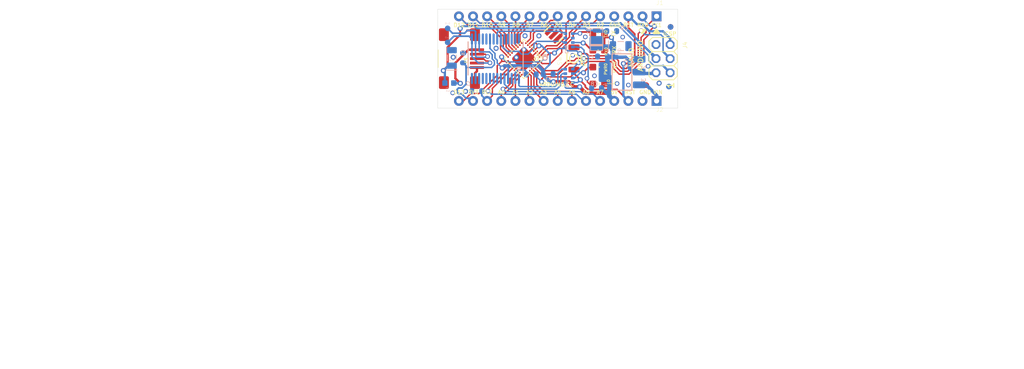
<source format=kicad_pcb>
(kicad_pcb (version 20211014) (generator pcbnew)
  (layers (0 "F.Cu" signal) (31 "B.Cu" signal) (34 "B.Paste" user) (35 "F.Paste" user) (36 "B.SilkS" user "B.Silkscreen") (37 "F.SilkS" user "F.Silkscreen") (38 "B.Mask" user) (39 "F.Mask" user) (44 "Edge.Cuts" user))
  (net 0 "")
  (net 1 "D5")
  (net 2 "D4")
  (net 3 "D3")
  (net 4 "D2")
  (net 5 "RESET")
  (net 6 "D1/TX")
  (net 7 "D6")
  (net 8 "D7")
  (net 9 "D8")
  (net 10 "D9")
  (net 11 "D10")
  (net 12 "D11/MOSI")
  (net 13 "D12/MISO")
  (net 14 "A3")
  (net 15 "A2")
  (net 16 "A1")
  (net 17 "A0")
  (net 18 "A4")
  (net 19 "A5")
  (net 20 "A6")
  (net 21 "A7")
  (net 22 "AREF")
  (net 23 "D13/SCK")
  (net 24 "COM")
  (net 25 "+5V")
  (net 26 "VIN")
  (net 27 "3V3")
  (net 28 "D0/RX")
  (net 29 "VUSB")
  (net 30 "N$4")
  (net 31 "RX")
  (net 32 "TX")
  (net 33 "N$5")
  (net 34 "N$6")
  (net 35 "N$3")
  (net 36 "N$8")
  (net 37 "N$9")
  (net 38 "N$2")
  (net 39 "N$1")
  (net 40 "N$7")
  (net 41 "N$11")
  (net 42 "N$26")
  (net 43 "N$29")
  (footprint "boardEagle:CHIPLED_0805" (layer "F.Cu") (at 155.8671 100.4316 90)
    (fp_text reference "TX0")
    (fp_text value "Green")
  )
  (footprint "" (layer "F.Cu") (at 168.8211 112.6236)
    (fp_text reference "@HOLE2" hide)
    (fp_text value "")
  )
  (footprint "boardEagle:2X03" (layer "F.Cu") (at 167.4495 105.0036 90)
    (fp_text reference "J4")
    (fp_text value "")
  )
  (footprint "boardEagle:TP-1.00MM" (layer "F.Cu") (at 128.6891 99.5426)
    (fp_text reference "D-0")
    (fp_text value "DNP" hide)
  )
  (footprint "boardEagle:CHIPLED_0805" (layer "F.Cu") (at 155.8671 103.4796 90)
    (fp_text reference "RX0")
    (fp_text value "Red")
  )
  (footprint "boardEagle:FD-1-1.5" (layer "F.Cu") (at 168.7957 99.2886)
    (fp_text reference "U$5" hide)
    (fp_text value "DNP" hide)
  )
  (footprint "boardEagle:USB-MINI-B_2" (layer "F.Cu") (at 133.9723 106.6038 90)
    (fp_text reference "J3")
    (fp_text value "")
  )
  (footprint "" (layer "F.Cu") (at 128.1811 97.3836)
    (fp_text reference "@HOLE0" hide)
    (fp_text value "")
  )
  (footprint "boardEagle:TP-1.00MM" (layer "F.Cu") (at 128.6891 102.0826)
    (fp_text reference "D+0")
    (fp_text value "DNP" hide)
  )
  (footprint "boardEagle:FD-1-1.5" (layer "F.Cu") (at 164.4269 109.7788 -90)
    (fp_text reference "U$4" hide)
    (fp_text value "DNP" hide)
  )
  (footprint "boardEagle:RESONATOR" (layer "F.Cu") (at 147.7645 100.6872 -45)
    (fp_text reference "Y1")
    (fp_text value "16MHz")
  )
  (footprint "boardEagle:HEAD15-NOSS" (layer "F.Cu") (at 166.2811 112.6236 180)
    (fp_text reference "J2")
    (fp_text value "XXXX_STRIPNANO")
  )
  (footprint "boardEagle:HEAD15-NOSS" (layer "F.Cu") (at 166.2811 97.3836 180)
    (fp_text reference "J1")
    (fp_text value "XXXX_STRIPNANO")
  )
  (footprint "" (layer "F.Cu") (at 128.1811 112.6236)
    (fp_text reference "@HOLE1" hide)
    (fp_text value "")
  )
  (footprint "boardEagle:CHIPLED_0805" (layer "F.Cu") (at 155.8671 106.5276 -90)
    (fp_text reference "PWR0")
    (fp_text value "Green")
  )
  (footprint "" (layer "F.Cu") (at 168.8211 97.3836)
    (fp_text reference "@HOLE3" hide)
    (fp_text value "")
  )
  (footprint "boardEagle:FRAME" (layer "F.Cu") (at 126.9111 113.8936)
    (fp_text reference "FRAME1" hide)
    (fp_text value "DNP" hide)
  )
  (footprint "boardEagle:CHIPLED_0805" (layer "F.Cu") (at 155.8671 109.5756 -90)
    (fp_text reference "L0")
    (fp_text value "Yellow")
  )
  (footprint "boardEagle:SMD_157SW" (layer "F.Cu") (at 151.4221 102.9716 -90)
    (fp_text reference "SW1")
    (fp_text value "RESET")
  )
  (footprint "boardEagle:VQFN32" (layer "F.Cu") (at 142.4051 105.0544 -135)
    (fp_text reference "IC3")
    (fp_text value "328P-MUR" hide)
  )
  (footprint "boardEagle:C0603-ROUND" (layer "B.Cu") (at 156.5529 104.6226 180)
    (fp_text reference "C7")
    (fp_text value "1uF")
  )
  (footprint "boardEagle:TAN-A" (layer "B.Cu") (at 129.4511 106.2736 90)
    (fp_text reference "C2")
    (fp_text value "4,7uF_16V")
  )
  (footprint "boardEagle:SSOP28" (layer "B.Cu") (at 141.5161 108.585 180)
    (fp_text reference "IC1")
    (fp_text value "FT232RL")
  )
  (footprint "boardEagle:TAN-A" (layer "B.Cu") (at 158.4325 102.743)
    (fp_text reference "C5")
    (fp_text value "4,7uF_16V")
  )
  (footprint "boardEagle:C0603-ROUND" (layer "B.Cu") (at 133.9461 110.871 180)
    (fp_text reference "C1")
    (fp_text value "100nF")
  )
  (footprint "boardEagle:FD-1-1.5" (layer "B.Cu") (at 168.7957 99.2886 90)
    (fp_text reference "U$54" hide)
    (fp_text value "DNP" hide)
  )
  (footprint "boardEagle:C0603-ROUND" (layer "B.Cu") (at 146.7739 107.7722)
    (fp_text reference "C3")
    (fp_text value "1uF")
  )
  (footprint "boardEagle:C0603-ROUND" (layer "B.Cu") (at 131.4831 104.8766 -90)
    (fp_text reference "C6")
    (fp_text value "100nF")
  )
  (footprint "boardEagle:C0603-ROUND" (layer "B.Cu") (at 155.4861 110.3376 180)
    (fp_text reference "C8")
    (fp_text value "1uF")
  )
  (footprint "boardEagle:C0603-ROUND" (layer "B.Cu") (at 158.2039 100.0506)
    (fp_text reference "C9")
    (fp_text value "100nF")
  )
  (footprint "boardEagle:DO220AAL" (layer "B.Cu") (at 155.4861 101.5746 90)
    (fp_text reference "D1")
    (fp_text value "SS1P3L")
  )
  (footprint "boardEagle:CAY16" (layer "B.Cu") (at 150.5331 101.7016 90)
    (fp_text reference "RP2")
    (fp_text value "1K")
  )
  (footprint "boardEagle:0603-1608X90N" (layer "B.Cu") (at 128.9939 109.3978)
    (fp_text reference "F1")
    (fp_text value "MFFSMF050" hide)
  )
  (footprint "boardEagle:CAY16" (layer "B.Cu") (at 150.5331 108.1024 -90)
    (fp_text reference "RP1")
    (fp_text value "1K")
  )
  (footprint "boardEagle:LINEAR_SOT223" (layer "B.Cu") (at 160.0581 107.4166 -90)
    (fp_text reference "IC2")
    (fp_text value "LM1117IMPX-5.0")
  )
  (footprint "boardEagle:FD-1-1.5" (layer "B.Cu") (at 168.4909 110.0328 90)
    (fp_text reference "U$53" hide)
    (fp_text value "DNP" hide)
  )
  (footprint "boardEagle:C0603-ROUND" (layer "B.Cu") (at 143.7259 107.8484 180)
    (fp_text reference "C4")
    (fp_text value "100nF")
  )
  (gr_circle (center 146.2151 104.7242) (end 146.3587 104.7242) (layer "B.SilkS") (width 0.4064) (fill none))
  (gr_line (start 166.7129 100.4062) (end 165.7985 100.4062) (layer "F.SilkS") (width 0.4064))
  (gr_line (start 163.4871 100.0506) (end 163.9189 100.0506) (layer "F.SilkS") (width 0.4064))
  (gr_line (start 165.7985 100.4062) (end 166.2557 99.8474) (layer "F.SilkS") (width 0.4064))
  (gr_line (start 166.2557 99.8474) (end 166.7129 100.4062) (layer "F.SilkS") (width 0.4064))
  (gr_line (start 166.0525 100.1776) (end 166.4081 100.1776) (layer "F.SilkS") (width 0.4064))
  (gr_line (start 164.1983 99.8474) (end 163.7411 100.4062) (layer "F.SilkS") (width 0.4064))
  (gr_line (start 163.2839 99.8474) (end 163.7411 100.4062) (layer "F.SilkS") (width 0.4064))
  (gr_line (start 164.1983 99.8474) (end 163.2839 99.8474) (layer "F.SilkS") (width 0.4064))
  (gr_line (start 126.9111 113.8936) (end 170.0911 113.8936) (layer "Edge.Cuts") (width 0.05))
  (gr_line (start 170.0911 113.8936) (end 170.0911 96.1136) (layer "Edge.Cuts") (width 0.05))
  (gr_line (start 170.0911 96.1136) (end 126.9111 96.1136) (layer "Edge.Cuts") (width 0.05))
  (gr_line (start 126.9111 96.1136) (end 126.9111 113.8936) (layer "Edge.Cuts") (width 0.05))
  (gr_text "5V" (at 157.9499 111.4552) (layer "F.SilkS") (effects (font (size 0.69088 0.69088) (thickness 0.12192)) (justify left bottom)))
  (gr_text "PWR" (at 158.2801 105.3592 90) (layer "F.SilkS") (effects (font (size 0.69088 0.69088) (thickness 0.12192)) (justify right top)))
  (gr_text "D11" (at 132.2197 99.3648) (layer "F.SilkS") (effects (font (size 0.69088 0.69088) (thickness 0.12192)) (justify left bottom)))
  (gr_text "A1" (at 140.2207 111.4552) (layer "F.SilkS") (effects (font (size 0.69088 0.69088) (thickness 0.12192)) (justify left bottom)))
  (gr_text "RST" (at 160.2105 99.3648) (layer "F.SilkS") (effects (font (size 0.69088 0.69088) (thickness 0.12192)) (justify left bottom)))
  (gr_text "VIN" (at 165.6207 111.4552) (layer "F.SilkS") (effects (font (size 0.69088 0.69088) (thickness 0.12192)) (justify left bottom)))
  (gr_text "*" (at 137.4013 98.6028) (layer "F.SilkS") (effects (font (size 0.44704 0.44704) (thickness 0.06096)) (justify left bottom)))
  (gr_text "D10" (at 134.7343 99.3648) (layer "F.SilkS") (effects (font (size 0.69088 0.69088) (thickness 0.12192)) (justify left bottom)))
  (gr_text "A5" (at 150.3553 111.4552) (layer "F.SilkS") (effects (font (size 0.69088 0.69088) (thickness 0.12192)) (justify left bottom)))
  (gr_text "D6" (at 145.3007 99.3648) (layer "F.SilkS") (effects (font (size 0.69088 0.69088) (thickness 0.12192)) (justify left bottom)))
  (gr_text "TX" (at 158.1531 99.8474 90) (layer "F.SilkS") (effects (font (size 0.69088 0.69088) (thickness 0.12192)) (justify right top)))
  (gr_text "ARDUINO.CC" (at 145.1483 110.0582) (layer "F.SilkS") (effects (font (size 0.69088 0.69088) (thickness 0.12192)) (justify left bottom)))
  (gr_text "D3" (at 152.9461 99.3648) (layer "F.SilkS") (effects (font (size 0.69088 0.69088) (thickness 0.12192)) (justify left bottom)))
  (gr_text "RST" (at 152.9207 104.4702 90) (layer "F.SilkS") (effects (font (size 0.69088 0.69088) (thickness 0.12192)) (justify right top)))
  (gr_text "1" (at 168.1353 109.1184 90) (layer "F.SilkS") (effects (font (size 1.18745 1.18745) (thickness 0.20955)) (justify right top)))
  (gr_text "A6" (at 152.8953 111.4552) (layer "F.SilkS") (effects (font (size 0.69088 0.69088) (thickness 0.12192)) (justify left bottom)))
  (gr_text "D4" (at 150.3807 99.3648) (layer "F.SilkS") (effects (font (size 0.69088 0.69088) (thickness 0.12192)) (justify left bottom)))
  (gr_text "A2" (at 142.7353 111.4552) (layer "F.SilkS") (effects (font (size 0.69088 0.69088) (thickness 0.12192)) (justify left bottom)))
  (gr_text "ARDUINO" (at 162.9029 101.6254 90) (layer "F.SilkS") (effects (font (size 0.8636 0.8636) (thickness 0.1524)) (justify right top)))
  (gr_text "A3" (at 145.2753 111.4552) (layer "F.SilkS") (effects (font (size 0.69088 0.69088) (thickness 0.12192)) (justify left bottom)))
  (gr_text "A0" (at 137.6553 111.4552) (layer "F.SilkS") (effects (font (size 0.69088 0.69088) (thickness 0.12192)) (justify left bottom)))
  (gr_text "D13" (at 129.6797 111.4552) (layer "F.SilkS") (effects (font (size 0.69088 0.69088) (thickness 0.12192)) (justify left bottom)))
  (gr_text "RX" (at 158.2801 102.6414 90) (layer "F.SilkS") (effects (font (size 0.69088 0.69088) (thickness 0.12192)) (justify right top)))
  (gr_text "D2" (at 155.4353 99.3648) (layer "F.SilkS") (effects (font (size 0.69088 0.69088) (thickness 0.12192)) (justify left bottom)))
  (gr_text "REF" (at 134.7597 111.4552) (layer "F.SilkS") (effects (font (size 0.69088 0.69088) (thickness 0.12192)) (justify left bottom)))
  (gr_text "GND" (at 157.6705 99.3648) (layer "F.SilkS") (effects (font (size 0.69088 0.69088) (thickness 0.12192)) (justify left bottom)))
  (gr_text "3V3" (at 132.2451 111.4552) (layer "F.SilkS") (effects (font (size 0.69088 0.69088) (thickness 0.12192)) (justify left bottom)))
  (gr_text "D9" (at 137.6807 99.3648) (layer "F.SilkS") (effects (font (size 0.69088 0.69088) (thickness 0.12192)) (justify left bottom)))
  (gr_text "*" (at 152.6413 98.6028) (layer "F.SilkS") (effects (font (size 0.44704 0.44704) (thickness 0.06096)) (justify left bottom)))
  (gr_text "ICSP" (at 167.3733 100.9396) (layer "F.SilkS") (effects (font (size 0.69088 0.69088) (thickness 0.12192)) (justify left bottom)))
  (gr_text "A7" (at 155.4099 111.4552) (layer "F.SilkS") (effects (font (size 0.69088 0.69088) (thickness 0.12192)) (justify left bottom)))
  (gr_text "*" (at 145.0213 98.6028) (layer "F.SilkS") (effects (font (size 0.44704 0.44704) (thickness 0.06096)) (justify left bottom)))
  (gr_text "L" (at 158.0261 109.0676 90) (layer "F.SilkS") (effects (font (size 0.69088 0.69088) (thickness 0.12192)) (justify right top)))
  (gr_text "D12" (at 129.6797 99.3648) (layer "F.SilkS") (effects (font (size 0.69088 0.69088) (thickness 0.12192)) (justify left bottom)))
  (gr_text "*" (at 147.5867 98.6028) (layer "F.SilkS") (effects (font (size 0.44704 0.44704) (thickness 0.06096)) (justify left bottom)))
  (gr_text "*" (at 132.3213 98.6028) (layer "F.SilkS") (effects (font (size 0.44704 0.44704) (thickness 0.06096)) (justify left bottom)))
  (gr_text "RX0" (at 162.7251 99.3648) (layer "F.SilkS") (effects (font (size 0.69088 0.69088) (thickness 0.12192)) (justify left bottom)))
  (gr_text "NANO" (at 161.2773 102.9462 90) (layer "F.SilkS") (effects (font (size 0.8636 0.8636) (thickness 0.1524)) (justify right top)))
  (gr_text "RST" (at 160.4899 111.4552) (layer "F.SilkS") (effects (font (size 0.69088 0.69088) (thickness 0.12192)) (justify left bottom)))
  (gr_text "TX1" (at 165.2651 99.3648) (layer "F.SilkS") (effects (font (size 0.69088 0.69088) (thickness 0.12192)) (justify left bottom)))
  (gr_text "D5" (at 147.8915 99.3648) (layer "F.SilkS") (effects (font (size 0.69088 0.69088) (thickness 0.12192)) (justify left bottom)))
  (gr_text "A4" (at 147.7899 111.4552) (layer "F.SilkS") (effects (font (size 0.69088 0.69088) (thickness 0.12192)) (justify left bottom)))
  (gr_text "D8" (at 140.2461 99.3648) (layer "F.SilkS") (effects (font (size 0.69088 0.69088) (thickness 0.12192)) (justify left bottom)))
  (gr_text "GND" (at 163.1061 111.4552) (layer "F.SilkS") (effects (font (size 0.69088 0.69088) (thickness 0.12192)) (justify left bottom)))
  (gr_text "D7" (at 142.7353 99.3648) (layer "F.SilkS") (effects (font (size 0.69088 0.69088) (thickness 0.12192)) (justify left bottom)))
  (gr_text "*" (at 134.8359 98.6028) (layer "F.SilkS") (effects (font (size 0.44704 0.44704) (thickness 0.06096)) (justify left bottom)))
  (segment (start 141.910125 102.084554) (end 141.902053 102.084554) (width 0.254) (layer "F.Cu") (net 1))
  (segment (start 141.7111 101.8936) (end 141.7111 100.643) (width 0.254) (layer "F.Cu") (net 1))
  (segment (start 141.902053 102.084554) (end 141.7111 101.8936) (width 0.254) (layer "F.Cu") (net 1))
  (segment (start 143.2687 99.0854) (end 146.2405 99.0854) (width 0.254) (layer "F.Cu") (net 1))
  (segment (start 141.7111 100.643) (end 143.2687 99.0854) (width 0.254) (layer "F.Cu") (net 1))
  (segment (start 147.2057 98.1202) (end 147.7645 98.1202) (width 0.254) (layer "F.Cu") (net 1))
  (segment (start 146.2405 99.0854) (end 147.2057 98.1202) (width 0.254) (layer "F.Cu") (net 1))
  (segment (start 147.7645 98.1202) (end 148.5011 97.3836) (width 0.254) (layer "F.Cu") (net 1))
  (segment (start 145.021393 104.205872) (end 145.021393 104.183307) (width 0.254) (layer "F.Cu") (net 2))
  (segment (start 149.9997 101.0412) (end 148.3473 102.6936) (width 0.254) (layer "F.Cu") (net 2))
  (segment (start 146.5111 102.6936) (end 148.3473 102.6936) (width 0.254) (layer "F.Cu") (net 2))
  (segment (start 149.9997 98.679) (end 149.9997 101.0412) (width 0.254) (layer "F.Cu") (net 2))
  (segment (start 151.0411 97.3836) (end 151.0411 97.6376) (width 0.254) (layer "F.Cu") (net 2))
  (segment (start 145.021393 104.183307) (end 146.5111 102.6936) (width 0.254) (layer "F.Cu") (net 2))
  (segment (start 151.0411 97.6376) (end 149.9997 98.679) (width 0.254) (layer "F.Cu") (net 2))
  (segment (start 146.7111 103.1936) (end 148.5331 103.1936) (width 0.254) (layer "F.Cu") (net 3))
  (segment (start 150.6093 100.3554) (end 150.6093 101.092) (width 0.254) (layer "F.Cu") (net 3))
  (segment (start 150.6093 101.092) (end 150.622 101.1047) (width 0.254) (layer "F.Cu") (net 3))
  (segment (start 148.5331 103.1936) (end 150.622 101.1047) (width 0.254) (layer "F.Cu") (net 3))
  (segment (start 145.374946 104.559429) (end 145.374946 104.529754) (width 0.254) (layer "F.Cu") (net 3))
  (segment (start 145.374946 104.529754) (end 146.7111 103.1936) (width 0.254) (layer "F.Cu") (net 3))
  (segment (start 153.5811 97.3836) (end 150.6093 100.3554) (width 0.254) (layer "F.Cu") (net 3))
  (segment (start 149.2111 103.8936) (end 149.2111 103.2522) (width 0.254) (layer "F.Cu") (net 4))
  (segment (start 154.8511 98.6536) (end 156.1211 97.3836) (width 0.254) (layer "F.Cu") (net 4))
  (segment (start 145.374946 105.557447) (end 145.7111 105.8936) (width 0.254) (layer "F.Cu") (net 4))
  (segment (start 153.0477 98.6536) (end 154.8511 98.6536) (width 0.254) (layer "F.Cu") (net 4))
  (segment (start 145.7111 105.8936) (end 147.2111 105.8936) (width 0.254) (layer "F.Cu") (net 4))
  (segment (start 151.2697 101.1936) (end 151.2697 100.4316) (width 0.254) (layer "F.Cu") (net 4))
  (segment (start 147.2111 105.8936) (end 149.2111 103.8936) (width 0.254) (layer "F.Cu") (net 4))
  (segment (start 145.374946 105.549375) (end 145.374946 105.557447) (width 0.254) (layer "F.Cu") (net 4))
  (segment (start 151.2697 100.4316) (end 153.0477 98.6536) (width 0.254) (layer "F.Cu") (net 4))
  (segment (start 149.2111 103.2522) (end 151.2697 101.1936) (width 0.254) (layer "F.Cu") (net 4))
  (segment (start 151.6761 107.2261) (end 151.4221 106.9721) (width 0.3048) (layer "F.Cu") (net 5))
  (segment (start 151.4221 107.6706) (end 151.5491 107.6706) (width 0.254) (layer "F.Cu") (net 5))
  (segment (start 162.3441 100.5586) (end 162.3441 104.4956) (width 0.3048) (layer "F.Cu") (net 5))
  (segment (start 153.4541 109.8296) (end 152.5651 108.9406) (width 0.3048) (layer "F.Cu") (net 5))
  (segment (start 151.5491 107.7976) (end 151.3071 107.7976) (width 0.254) (layer "F.Cu") (net 5))
  (segment (start 152.5651 108.9406) (end 152.5651 108.8136) (width 0.3048) (layer "F.Cu") (net 5))
  (segment (start 145.99785 108.2936) (end 144.314287 106.610038) (width 0.254) (layer "F.Cu") (net 5))
  (segment (start 162.3441 104.4956) (end 160.9471 105.8926) (width 0.3048) (layer "F.Cu") (net 5))
  (segment (start 152.1841 106.9086) (end 152.1206 106.9721) (width 0.3048) (layer "F.Cu") (net 5))
  (segment (start 150.8111 108.2936) (end 145.99785 108.2936) (width 0.254) (layer "F.Cu") (net 5))
  (segment (start 151.3071 107.7976) (end 150.8111 108.2936) (width 0.254) (layer "F.Cu") (net 5))
  (segment (start 151.5491 107.6706) (end 151.5491 107.7976) (width 0.254) (layer "F.Cu") (net 5))
  (segment (start 160.9471 105.8926) (end 160.3121 105.8926) (width 0.3048) (layer "F.Cu") (net 5))
  (segment (start 161.2011 97.3836) (end 161.2011 99.4156) (width 0.3048) (layer "F.Cu") (net 5))
  (segment (start 144.314287 106.610038) (end 144.327537 106.610038) (width 0.254) (layer "F.Cu") (net 5))
  (segment (start 153.9621 110.5662) (end 159.1691 110.5662) (width 0.3048) (layer "F.Cu") (net 5))
  (segment (start 152.5651 108.8136) (end 151.5491 107.7976) (width 0.3048) (layer "F.Cu") (net 5))
  (segment (start 151.4221 107.6706) (end 151.4221 106.9721) (width 0.3048) (layer "F.Cu") (net 5))
  (segment (start 153.4541 110.0836) (end 153.4541 109.8296) (width 0.3048) (layer "F.Cu") (net 5))
  (segment (start 153.9621 110.5662) (end 153.4541 110.0836) (width 0.3048) (layer "F.Cu") (net 5))
  (segment (start 145.6111 109.1936) (end 145.6111 108.68035) (width 0.254) (layer "F.Cu") (net 5))
  (segment (start 152.1206 106.9721) (end 151.4221 106.9721) (width 0.3048) (layer "F.Cu") (net 5))
  (segment (start 161.2011 99.4156) (end 162.3441 100.5586) (width 0.3048) (layer "F.Cu") (net 5))
  (segment (start 145.6111 108.68035) (end 145.99785 108.2936) (width 0.254) (layer "F.Cu") (net 5))
  (segment (start 159.1691 110.5662) (end 161.2011 112.6236) (width 0.3048) (layer "F.Cu") (net 5))
  (via (at 160.3121 105.8926) (size 0.9064) (drill 0.5) (layers "F.Cu" "B.Cu") (net 5))
  (via (at 145.6111 109.1936) (size 0.9064) (drill 0.5) (layers "F.Cu" "B.Cu") (net 5))
  (via (at 152.5651 108.8136) (size 0.9064) (drill 0.5) (layers "F.Cu" "B.Cu") (net 5))
  (segment (start 152.0763 109.3024) (end 152.5651 108.8136) (width 0.254) (layer "B.Cu") (net 5))
  (segment (start 160.3121 105.8926) (end 160.3121 111.7346) (width 0.4064) (layer "B.Cu") (net 5))
  (segment (start 144.6111 108.1936) (end 145.6111 109.1936) (width 0.254) (layer "B.Cu") (net 5))
  (segment (start 162.7251 98.7806) (end 163.6903 98.7806) (width 0.4064) (layer "B.Cu") (net 5))
  (segment (start 144.6111 107.8522) (end 144.6149 107.8484) (width 0.254) (layer "B.Cu") (net 5))
  (segment (start 163.6903 98.7806) (end 164.9857 100.076) (width 0.4064) (layer "B.Cu") (net 5))
  (segment (start 160.3121 111.7346) (end 161.2011 112.6236) (width 0.4064) (layer "B.Cu") (net 5))
  (segment (start 164.9857 100.076) (end 167.4241 100.076) (width 0.4064) (layer "B.Cu") (net 5))
  (segment (start 168.7195 101.3714) (end 167.4241 100.076) (width 0.4064) (layer "B.Cu") (net 5))
  (segment (start 151.2081 109.3024) (end 152.0763 109.3024) (width 0.254) (layer "B.Cu") (net 5))
  (segment (start 161.3281 97.3836) (end 162.7251 98.7806) (width 0.4064) (layer "B.Cu") (net 5))
  (segment (start 144.6149 107.8484) (end 144.6149 108.1278) (width 0.3048) (layer "B.Cu") (net 5))
  (segment (start 168.7195 102.4636) (end 168.7195 101.3714) (width 0.4064) (layer "B.Cu") (net 5))
  (segment (start 161.2011 97.3836) (end 161.3281 97.3836) (width 0.254) (layer "B.Cu") (net 5))
  (segment (start 144.6111 107.8522) (end 144.6111 108.1936) (width 0.3048) (layer "B.Cu") (net 5))
  (segment (start 158.2801 105.0036) (end 153.1747 105.0036) (width 0.254) (layer "F.Cu") (net 6))
  (segment (start 146.281062 107.1626) (end 145.021393 105.902932) (width 0.254) (layer "F.Cu") (net 6))
  (segment (start 158.2801 105.0036) (end 158.9151 105.6386) (width 0.254) (layer "F.Cu") (net 6))
  (segment (start 164.3761 99.2886) (end 166.2811 97.3836) (width 0.254) (layer "F.Cu") (net 6))
  (segment (start 159.8041 107.2896) (end 161.0741 107.2896) (width 0.254) (layer "F.Cu") (net 6))
  (segment (start 161.0741 107.2896) (end 163.4871 104.8766) (width 0.254) (layer "F.Cu") (net 6))
  (segment (start 163.4871 104.8766) (end 163.4871 101.1936) (width 0.254) (layer "F.Cu") (net 6))
  (segment (start 158.9151 106.4006) (end 159.8041 107.2896) (width 0.254) (layer "F.Cu") (net 6))
  (segment (start 151.8539 104.9528) (end 153.1239 104.9528) (width 0.254) (layer "F.Cu") (net 6))
  (segment (start 158.9151 105.6386) (end 158.9151 106.4006) (width 0.254) (layer "F.Cu") (net 6))
  (segment (start 148.5011 107.1626) (end 150.2791 105.3846) (width 0.254) (layer "F.Cu") (net 6))
  (segment (start 153.1239 104.9528) (end 153.1747 105.0036) (width 0.254) (layer "F.Cu") (net 6))
  (segment (start 151.4221 105.3846) (end 151.8539 104.9528) (width 0.254) (layer "F.Cu") (net 6))
  (segment (start 150.2791 105.3846) (end 151.4221 105.3846) (width 0.254) (layer "F.Cu") (net 6))
  (segment (start 164.3761 100.3046) (end 164.3761 99.2886) (width 0.254) (layer "F.Cu") (net 6))
  (segment (start 163.4871 101.1936) (end 164.3761 100.3046) (width 0.254) (layer "F.Cu") (net 6))
  (segment (start 148.5011 107.1626) (end 146.281062 107.1626) (width 0.254) (layer "F.Cu") (net 6))
  (via (at 153.1747 105.0036) (size 0.9064) (drill 0.5) (layers "F.Cu" "B.Cu") (net 6))
  (segment (start 153.1747 106.1212) (end 151.5935 107.7024) (width 0.254) (layer "B.Cu") (net 6))
  (segment (start 153.1747 105.0036) (end 153.1747 106.1212) (width 0.254) (layer "B.Cu") (net 6))
  (segment (start 151.2081 107.7024) (end 151.5935 107.7024) (width 0.254) (layer "B.Cu") (net 6))
  (segment (start 144.7165 98.6282) (end 145.9611 97.3836) (width 0.254) (layer "F.Cu") (net 7))
  (segment (start 141.2111 100.4826) (end 143.0655 98.6282) (width 0.254) (layer "F.Cu") (net 7))
  (segment (start 141.556568 102.438107) (end 141.555606 102.438107) (width 0.254) (layer "F.Cu") (net 7))
  (segment (start 143.0655 98.6282) (end 144.7165 98.6282) (width 0.254) (layer "F.Cu") (net 7))
  (segment (start 141.555606 102.438107) (end 141.2111 102.0936) (width 0.254) (layer "F.Cu") (net 7))
  (segment (start 141.2111 102.0936) (end 141.2111 100.4826) (width 0.254) (layer "F.Cu") (net 7))
  (segment (start 141.203015 102.785516) (end 140.7111 102.2936) (width 0.254) (layer "F.Cu") (net 8))
  (segment (start 143.4211 97.3836) (end 143.4211 97.5836) (width 0.254) (layer "F.Cu") (net 8))
  (segment (start 141.203015 102.79166) (end 141.203015 102.785516) (width 0.254) (layer "F.Cu") (net 8))
  (segment (start 140.7111 102.2936) (end 140.7111 100.2936) (width 0.254) (layer "F.Cu") (net 8))
  (segment (start 140.7111 100.2936) (end 143.4211 97.5836) (width 0.254) (layer "F.Cu") (net 8))
  (segment (start 140.9111 97.4136) (end 140.8811 97.3836) (width 0.254) (layer "F.Cu") (net 9))
  (segment (start 140.849462 103.131963) (end 140.2111 102.4936) (width 0.254) (layer "F.Cu") (net 9))
  (segment (start 140.849462 103.145213) (end 140.849462 103.131963) (width 0.254) (layer "F.Cu") (net 9))
  (segment (start 140.9111 99.3936) (end 140.9111 97.4136) (width 0.254) (layer "F.Cu") (net 9))
  (segment (start 140.2111 102.4936) (end 140.2111 100.0936) (width 0.254) (layer "F.Cu") (net 9))
  (segment (start 140.2111 100.0936) (end 140.9111 99.3936) (width 0.254) (layer "F.Cu") (net 9))
  (segment (start 139.7111 102.6936) (end 139.7111 98.7536) (width 0.254) (layer "F.Cu") (net 10))
  (segment (start 140.495909 103.47841) (end 139.7111 102.6936) (width 0.254) (layer "F.Cu") (net 10))
  (segment (start 140.495909 103.498766) (end 140.495909 103.47841) (width 0.254) (layer "F.Cu") (net 10))
  (segment (start 139.7111 98.7536) (end 138.3411 97.3836) (width 0.254) (layer "F.Cu") (net 10))
  (segment (start 135.8011 97.3836) (end 135.9011 97.3836) (width 0.254) (layer "F.Cu") (net 11))
  (segment (start 135.9011 97.3836) (end 139.2111 100.6936) (width 0.254) (layer "F.Cu") (net 11))
  (segment (start 140.142356 103.852319) (end 140.142356 103.824857) (width 0.254) (layer "F.Cu") (net 11))
  (segment (start 139.2111 102.921063) (end 140.142356 103.852319) (width 0.254) (layer "F.Cu") (net 11))
  (segment (start 139.2111 100.6936) (end 139.2111 102.921063) (width 0.254) (layer "F.Cu") (net 11))
  (segment (start 133.97849 98.100991) (end 133.2611 97.3836) (width 0.254) (layer "F.Cu") (net 12))
  (segment (start 138.7111 100.954) (end 136.3599 98.6028) (width 0.254) (layer "F.Cu") (net 12))
  (segment (start 133.97849 98.116254) (end 133.97849 98.100991) (width 0.254) (layer "F.Cu") (net 12))
  (segment (start 136.3599 98.6028) (end 134.465037 98.6028) (width 0.254) (layer "F.Cu") (net 12))
  (segment (start 134.465037 98.6028) (end 133.97849 98.116254) (width 0.254) (layer "F.Cu") (net 12))
  (segment (start 138.7111 103.0936) (end 138.7111 100.954) (width 0.254) (layer "F.Cu") (net 12))
  (segment (start 139.788803 104.205872) (end 139.788803 104.171304) (width 0.254) (layer "F.Cu") (net 12))
  (segment (start 139.788803 104.171304) (end 138.7111 103.0936) (width 0.254) (layer "F.Cu") (net 12))
  (segment (start 133.2611 97.3836) (end 134.4549 98.6028) (width 0.254) (layer "B.Cu") (net 12))
  (segment (start 165.5445 104.267) (end 159.7787 98.6028) (width 0.4064) (layer "B.Cu") (net 12))
  (segment (start 166.1795 105.0036) (end 165.5445 104.267) (width 0.6096) (layer "B.Cu") (net 12))
  (segment (start 134.4549 98.6028) (end 159.7787 98.6028) (width 0.254) (layer "B.Cu") (net 12))
  (segment (start 139.43525 104.51775) (end 138.2111 103.2936) (width 0.254) (layer "F.Cu") (net 13))
  (segment (start 138.2111 103.2936) (end 138.2111 101.1906) (width 0.254) (layer "F.Cu") (net 13))
  (segment (start 136.0805 99.06) (end 132.3975 99.06) (width 0.254) (layer "F.Cu") (net 13))
  (segment (start 138.2111 101.1906) (end 136.0805 99.06) (width 0.254) (layer "F.Cu") (net 13))
  (segment (start 130.7211 97.3836) (end 132.3975 99.06) (width 0.254) (layer "F.Cu") (net 13))
  (segment (start 139.43525 104.559429) (end 139.43525 104.51775) (width 0.254) (layer "F.Cu") (net 13))
  (segment (start 159.3215 99.06) (end 159.4231 99.1616) (width 0.254) (layer "B.Cu") (net 13))
  (segment (start 130.7211 97.3836) (end 130.7211 97.433854) (width 0.254) (layer "B.Cu") (net 13))
  (segment (start 134.1755 99.06) (end 133.7691 98.6536) (width 0.254) (layer "B.Cu") (net 13))
  (segment (start 130.7211 97.433854) (end 131.940846 98.6536) (width 0.254) (layer "B.Cu") (net 13))
  (segment (start 159.4231 99.1616) (end 159.5501 99.1616) (width 0.254) (layer "B.Cu") (net 13))
  (segment (start 133.7691 98.6536) (end 131.940846 98.6536) (width 0.254) (layer "B.Cu") (net 13))
  (segment (start 159.3215 99.06) (end 134.1755 99.06) (width 0.254) (layer "B.Cu") (net 13))
  (segment (start 159.5501 99.1616) (end 164.8841 104.4956) (width 0.254) (layer "B.Cu") (net 13))
  (segment (start 167.4495 106.2736) (end 168.7195 107.5436) (width 0.4064) (layer "B.Cu") (net 13))
  (segment (start 165.7731 106.2736) (end 164.8841 105.3846) (width 0.254) (layer "B.Cu") (net 13))
  (segment (start 164.8841 105.3846) (end 164.8841 104.4956) (width 0.254) (layer "B.Cu") (net 13))
  (segment (start 165.7731 106.2736) (end 167.4495 106.2736) (width 0.254) (layer "B.Cu") (net 13))
  (segment (start 143.288196 107.670697) (end 143.7111 108.0936) (width 0.254) (layer "F.Cu") (net 14))
  (segment (start 143.7111 110.3736) (end 145.9611 112.6236) (width 0.254) (layer "F.Cu") (net 14))
  (segment (start 143.7111 108.0936) (end 143.7111 110.3736) (width 0.254) (layer "F.Cu") (net 14))
  (segment (start 143.253628 107.670697) (end 143.288196 107.670697) (width 0.254) (layer "F.Cu") (net 14))
  (segment (start 142.94175 108.02425) (end 143.2111 108.2936) (width 0.254) (layer "F.Cu") (net 15))
  (segment (start 142.900071 108.02425) (end 142.94175 108.02425) (width 0.254) (layer "F.Cu") (net 15))
  (segment (start 143.2111 108.2936) (end 143.2111 112.4136) (width 0.254) (layer "F.Cu") (net 15))
  (segment (start 143.2111 112.4136) (end 143.4211 112.6236) (width 0.254) (layer "F.Cu") (net 15))
  (segment (start 140.8811 109.053275) (end 141.910125 108.02425) (width 0.254) (layer "F.Cu") (net 16))
  (segment (start 140.8811 112.6236) (end 140.8811 109.053275) (width 0.254) (layer "F.Cu") (net 16))
  (segment (start 141.556568 107.670697) (end 141.534003 107.670697) (width 0.254) (layer "F.Cu") (net 17))
  (segment (start 141.534003 107.670697) (end 140.4111 108.7936) (width 0.254) (layer "F.Cu") (net 17))
  (segment (start 138.3411 112.6236) (end 138.3411 111.506) (width 0.254) (layer "F.Cu") (net 17))
  (segment (start 140.4111 109.8424) (end 138.8999 111.3536) (width 0.254) (layer "F.Cu") (net 17))
  (segment (start 140.4111 108.7936) (end 140.4111 109.8424) (width 0.254) (layer "F.Cu") (net 17))
  (segment (start 138.3411 111.506) (end 138.4935 111.3536) (width 0.254) (layer "F.Cu") (net 17))
  (segment (start 138.4935 111.3536) (end 138.8999 111.3536) (width 0.254) (layer "F.Cu") (net 17))
  (segment (start 148.5011 111.5568) (end 148.5011 112.6236) (width 0.254) (layer "F.Cu") (net 18))
  (segment (start 148.2979 111.3536) (end 148.5011 111.5568) (width 0.254) (layer "F.Cu") (net 18))
  (segment (start 148.2979 111.3536) (end 145.4711 111.3536) (width 0.254) (layer "F.Cu") (net 18))
  (segment (start 143.634643 107.317144) (end 144.2111 107.8936) (width 0.254) (layer "F.Cu") (net 18))
  (segment (start 144.2111 107.8936) (end 144.2111 110.0936) (width 0.254) (layer "F.Cu") (net 18))
  (segment (start 144.2111 110.0936) (end 145.4711 111.3536) (width 0.254) (layer "F.Cu") (net 18))
  (segment (start 143.607181 107.317144) (end 143.634643 107.317144) (width 0.254) (layer "F.Cu") (net 18))
  (segment (start 145.9139 110.8964) (end 150.6347 110.8964) (width 0.254) (layer "F.Cu") (net 19))
  (segment (start 145.9139 110.8964) (end 144.7111 109.6936) (width 0.254) (layer "F.Cu") (net 19))
  (segment (start 143.960734 106.963591) (end 143.98109 106.963591) (width 0.254) (layer "F.Cu") (net 19))
  (segment (start 150.6347 110.8964) (end 151.0411 111.3028) (width 0.254) (layer "F.Cu") (net 19))
  (segment (start 144.7111 107.6936) (end 144.7111 109.6936) (width 0.254) (layer "F.Cu") (net 19))
  (segment (start 143.98109 106.963591) (end 144.7111 107.6936) (width 0.254) (layer "F.Cu") (net 19))
  (segment (start 151.0411 111.3028) (end 151.0411 112.6236) (width 0.254) (layer "F.Cu") (net 19))
  (segment (start 140.142356 106.256485) (end 140.142356 106.262344) (width 0.254) (layer "F.Cu") (net 20))
  (segment (start 140.142356 106.262344) (end 135.9535 110.4512) (width 0.254) (layer "F.Cu") (net 20))
  (segment (start 135.9535 110.8456) (end 135.9535 110.4512) (width 0.254) (layer "F.Cu") (net 20))
  (via (at 135.9535 110.8456) (size 0.8128) (drill 0.5) (layers "F.Cu" "B.Cu") (net 20))
  (segment (start 153.2001 112.2426) (end 153.5811 112.6236) (width 0.254) (layer "B.Cu") (net 20))
  (segment (start 136.5631 111.4044) (end 151.8539 111.4044) (width 0.254) (layer "B.Cu") (net 20))
  (segment (start 151.8539 111.4044) (end 152.6921 112.2426) (width 0.254) (layer "B.Cu") (net 20))
  (segment (start 152.6921 112.2426) (end 153.2001 112.2426) (width 0.254) (layer "B.Cu") (net 20))
  (segment (start 136.5631 111.4044) (end 135.9535 110.8456) (width 0.254) (layer "B.Cu") (net 20))
  (segment (start 141.203015 107.317144) (end 141.187556 107.317144) (width 0.254) (layer "F.Cu") (net 21))
  (segment (start 138.8169 110.2936) (end 138.6459 110.4646) (width 0.254) (layer "F.Cu") (net 21))
  (segment (start 138.6459 110.49) (end 138.6459 110.4646) (width 0.254) (layer "F.Cu") (net 21))
  (segment (start 141.187556 107.317144) (end 139.9111 108.5936) (width 0.254) (layer "F.Cu") (net 21))
  (segment (start 139.9111 108.5936) (end 139.9111 109.5936) (width 0.254) (layer "F.Cu") (net 21))
  (segment (start 139.2111 110.2936) (end 138.8169 110.2936) (width 0.254) (layer "F.Cu") (net 21))
  (segment (start 139.9111 109.5936) (end 139.2111 110.2936) (width 0.254) (layer "F.Cu") (net 21))
  (via (at 138.6459 110.4646) (size 0.8128) (drill 0.5) (layers "F.Cu" "B.Cu") (net 21))
  (segment (start 139.1285 110.9472) (end 138.6459 110.4646) (width 0.254) (layer "B.Cu") (net 21))
  (segment (start 152.6667 110.9472) (end 139.1285 110.9472) (width 0.254) (layer "B.Cu") (net 21))
  (segment (start 153.0731 111.3536) (end 154.8511 111.3536) (width 0.254) (layer "B.Cu") (net 21))
  (segment (start 154.8511 111.3536) (end 156.1211 112.6236) (width 0.254) (layer "B.Cu") (net 21))
  (segment (start 152.6667 110.9472) (end 153.0731 111.3536) (width 0.254) (layer "B.Cu") (net 21))
  (segment (start 136.7409 111.6838) (end 135.8011 112.6236) (width 0.254) (layer "F.Cu") (net 22))
  (segment (start 140.494662 106.610038) (end 136.7409 110.3638) (width 0.254) (layer "F.Cu") (net 22))
  (segment (start 136.7409 111.6838) (end 136.7409 110.3638) (width 0.254) (layer "F.Cu") (net 22))
  (segment (start 140.495909 106.610038) (end 140.494662 106.610038) (width 0.254) (layer "F.Cu") (net 22))
  (segment (start 134.8351 111.6576) (end 135.8011 112.6236) (width 0.3048) (layer "B.Cu") (net 22))
  (segment (start 134.8351 110.871) (end 134.8351 111.6576) (width 0.3048) (layer "B.Cu") (net 22))
  (segment (start 137.6111 107.9936) (end 137.6111 106.2936) (width 0.254) (layer "F.Cu") (net 23))
  (segment (start 134.3111 111.2936) (end 132.8611 111.2936) (width 0.254) (layer "F.Cu") (net 23))
  (segment (start 160.8201 106.7816) (end 162.9791 104.6226) (width 0.254) (layer "F.Cu") (net 23))
  (segment (start 154.0891 104.4956) (end 153.7081 104.1146) (width 0.254) (layer "F.Cu") (net 23))
  (segment (start 162.9791 104.6226) (end 162.9791 100.5078) (width 0.254) (layer "F.Cu") (net 23))
  (segment (start 147.0111 103.9936) (end 146.2111 104.8936) (width 0.254) (layer "F.Cu") (net 23))
  (segment (start 131.5611 112.5936) (end 130.7511 112.5936) (width 0.254) (layer "F.Cu") (net 23))
  (segment (start 162.9791 100.5078) (end 163.5125 99.9744) (width 0.254) (layer "F.Cu") (net 23))
  (segment (start 160.0581 106.7816) (end 159.4231 106.1466) (width 0.254) (layer "F.Cu") (net 23))
  (segment (start 139.379475 105.4936) (end 139.43525 105.549375) (width 0.254) (layer "F.Cu") (net 23))
  (segment (start 138.4111 105.4936) (end 139.379475 105.4936) (width 0.254) (layer "F.Cu") (net 23))
  (segment (start 132.8611 111.2936) (end 131.5611 112.5936) (width 0.254) (layer "F.Cu") (net 23))
  (segment (start 138.4111 104.6936) (end 138.4111 105.4936) (width 0.254) (layer "F.Cu") (net 23))
  (segment (start 158.5341 104.4956) (end 154.0891 104.4956) (width 0.254) (layer "F.Cu") (net 23))
  (segment (start 137.6111 106.2936) (end 138.4111 105.4936) (width 0.254) (layer "F.Cu") (net 23))
  (segment (start 130.7511 112.5936) (end 130.7211 112.6236) (width 0.254) (layer "F.Cu") (net 23))
  (segment (start 147.9111 103.9936) (end 147.0111 103.9936) (width 0.254) (layer "F.Cu") (net 23))
  (segment (start 159.4231 105.3846) (end 158.5341 104.4956) (width 0.254) (layer "F.Cu") (net 23))
  (segment (start 153.7081 104.1146) (end 152.4635 104.1146) (width 0.254) (layer "F.Cu") (net 23))
  (segment (start 159.4231 106.1466) (end 159.4231 105.3846) (width 0.254) (layer "F.Cu") (net 23))
  (segment (start 160.8201 106.7816) (end 160.0581 106.7816) (width 0.254) (layer "F.Cu") (net 23))
  (segment (start 134.3111 111.2936) (end 137.6111 107.9936) (width 0.254) (layer "F.Cu") (net 23))
  (via (at 138.4111 104.6936) (size 0.9064) (drill 0.5) (layers "F.Cu" "B.Cu") (net 23))
  (via (at 146.2111 104.8936) (size 0.9064) (drill 0.5) (layers "F.Cu" "B.Cu") (net 23))
  (via (at 163.5125 99.9744) (size 0.8128) (drill 0.5) (layers "F.Cu" "B.Cu") (net 23))
  (via (at 147.9111 103.9936) (size 0.9064) (drill 0.5) (layers "F.Cu" "B.Cu") (net 23))
  (via (at 152.4635 104.1146) (size 0.9064) (drill 0.5) (layers "F.Cu" "B.Cu") (net 23))
  (segment (start 149.8581 103.1856) (end 150.2791 103.6066) (width 0.254) (layer "B.Cu") (net 23))
  (segment (start 150.2791 103.6066) (end 151.8793 103.6066) (width 0.254) (layer "B.Cu") (net 23))
  (segment (start 146.2111 104.8936) (end 145.4111 105.5936) (width 0.254) (layer "B.Cu") (net 23))
  (segment (start 151.8793 103.6066) (end 152.4635 104.1146) (width 0.254) (layer "B.Cu") (net 23))
  (segment (start 149.8581 102.9016) (end 149.8581 103.1856) (width 0.254) (layer "B.Cu") (net 23))
  (segment (start 164.2237 100.6856) (end 163.5125 99.9744) (width 0.254) (layer "B.Cu") (net 23))
  (segment (start 139.3111 105.5936) (end 138.4111 104.6936) (width 0.254) (layer "B.Cu") (net 23))
  (segment (start 145.4111 105.5936) (end 139.3111 105.5936) (width 0.254) (layer "B.Cu") (net 23))
  (segment (start 167.0431 100.6856) (end 164.2237 100.6856) (width 0.254) (layer "B.Cu") (net 23))
  (segment (start 148.7191 103.1856) (end 147.9111 103.9936) (width 0.254) (layer "B.Cu") (net 23))
  (segment (start 167.4495 101.092) (end 167.4495 103.7336) (width 0.254) (layer "B.Cu") (net 23))
  (segment (start 149.8581 103.1856) (end 148.7191 103.1856) (width 0.254) (layer "B.Cu") (net 23))
  (segment (start 167.4495 101.092) (end 167.0431 100.6856) (width 0.254) (layer "B.Cu") (net 23))
  (segment (start 167.4495 103.7336) (end 168.7195 105.0036) (width 0.4064) (layer "B.Cu") (net 23))
  (segment (start 133.6123 99.9236) (end 132.2197 99.9236) (width 0.4064) (layer "F.Cu") (net 24))
  (segment (start 141.6111 105.8484) (end 141.6111 105.3436) (width 0.254) (layer "F.Cu") (net 24))
  (segment (start 141.6111 106.1936) (end 141.6111 105.8484) (width 0.254) (layer "F.Cu") (net 24))
  (segment (start 143.3111 104.7936) (end 142.4111 103.3936) (width 0.3048) (layer "F.Cu") (net 24))
  (segment (start 141.6111 105.8484) (end 142.4051 105.0544) (width 0.254) (layer "F.Cu") (net 24))
  (segment (start 143.0111 104.4484) (end 142.4051 105.0544) (width 0.254) (layer "F.Cu") (net 24))
  (segment (start 143.0111 104.0936) (end 142.6111 104.0936) (width 0.254) (layer "F.Cu") (net 24))
  (segment (start 133.9723 107.2642) (end 133.6167 107.6198) (width 0.4064) (layer "F.Cu") (net 24))
  (segment (start 144.652381 103.852319) (end 143.7111 104.7936) (width 0.254) (layer "F.Cu") (net 24))
  (segment (start 133.6123 100.6853) (end 133.6123 99.9236) (width 0.4064) (layer "F.Cu") (net 24))
  (segment (start 143.7111 104.7936) (end 143.3111 104.7936) (width 0.3048) (layer "F.Cu") (net 24))
  (segment (start 144.66784 103.852319) (end 144.652381 103.852319) (width 0.254) (layer "F.Cu") (net 24))
  (segment (start 133.6164 109.3213) (end 133.6123 109.3213) (width 0.4064) (layer "F.Cu") (net 24))
  (segment (start 143.959487 103.145213) (end 143.0111 104.0936) (width 0.254) (layer "F.Cu") (net 24))
  (segment (start 140.849462 106.955238) (end 141.6111 106.1936) (width 0.254) (layer "F.Cu") (net 24))
  (segment (start 133.6167 109.3216) (end 133.6164 109.3213) (width 0.4064) (layer "F.Cu") (net 24))
  (segment (start 140.849462 106.963591) (end 140.849462 106.955238) (width 0.254) (layer "F.Cu") (net 24))
  (segment (start 133.6167 107.6198) (end 133.6167 109.3216) (width 0.4064) (layer "F.Cu") (net 24))
  (segment (start 133.9723 106.6038) (end 133.9723 107.2642) (width 0.4064) (layer "F.Cu") (net 24))
  (segment (start 142.6111 104.0936) (end 142.4111 103.3936) (width 0.254) (layer "F.Cu") (net 24))
  (segment (start 143.0111 104.0936) (end 143.0111 104.4484) (width 0.254) (layer "F.Cu") (net 24))
  (segment (start 141.6111 105.3436) (end 141.0611 104.7936) (width 0.254) (layer "F.Cu") (net 24))
  (segment (start 143.960734 103.145213) (end 143.959487 103.145213) (width 0.254) (layer "F.Cu") (net 24))
  (via (at 166.7383 109.4232) (size 0.9064) (drill 0.5) (layers "F.Cu" "B.Cu") (net 24))
  (via (at 142.6111 100.8936) (size 0.9064) (drill 0.5) (layers "F.Cu" "B.Cu") (net 24))
  (via (at 129.6035 111.1758) (size 0.8128) (drill 0.5) (layers "F.Cu" "B.Cu") (net 24))
  (via (at 131.9111 110.8936) (size 0.9064) (drill 0.5) (layers "F.Cu" "B.Cu") (net 24))
  (via (at 153.4541 101.092) (size 0.8128) (drill 0.5) (layers "F.Cu" "B.Cu") (net 24))
  (via (at 159.1691 109.4994) (size 0.8128) (drill 0.5) (layers "F.Cu" "B.Cu") (net 24))
  (via (at 137.4111 103.1436) (size 0.9064) (drill 0.5) (layers "F.Cu" "B.Cu") (net 24))
  (via (at 142.4111 103.3936) (size 0.9064) (drill 0.5) (layers "F.Cu" "B.Cu") (net 24))
  (via (at 129.7051 104.7496) (size 0.9064) (drill 0.5) (layers "F.Cu" "B.Cu") (net 24))
  (via (at 151.1935 104.394) (size 0.8128) (drill 0.5) (layers "F.Cu" "B.Cu") (net 24))
  (via (at 141.0611 104.7936) (size 0.9064) (drill 0.5) (layers "F.Cu" "B.Cu") (net 24))
  (via (at 164.7571 106.3752) (size 0.8128) (drill 0.5) (layers "F.Cu" "B.Cu") (net 24))
  (via (at 145.1111 100.8936) (size 0.9064) (drill 0.5) (layers "F.Cu" "B.Cu") (net 24))
  (via (at 160.1851 101.1174) (size 0.8128) (drill 0.5) (layers "F.Cu" "B.Cu") (net 24))
  (via (at 155.1051 108.1024) (size 0.8128) (drill 0.5) (layers "F.Cu" "B.Cu") (net 24))
  (via (at 161.2011 109.7534) (size 0.8128) (drill 0.5) (layers "F.Cu" "B.Cu") (net 24))
  (segment (start 147.7137 109.1692) (end 150.4823 109.1692) (width 0.6096) (layer "F.Cu") (net 25))
  (segment (start 143.607181 102.79166) (end 143.61304 102.79166) (width 0.254) (layer "F.Cu") (net 25))
  (segment (start 158.1531 101.1936) (end 156.9171 101.1936) (width 0.3048) (layer "F.Cu") (net 25))
  (segment (start 157.3911 111.2266) (end 158.6611 112.6236) (width 0.6096) (layer "F.Cu") (net 25))
  (segment (start 156.9171 101.1936) (end 156.9171 103.4796) (width 0.3048) (layer "F.Cu") (net 25))
  (segment (start 138.6111 106.7936) (end 138.5111 106.6936) (width 0.254) (layer "F.Cu") (net 25))
  (segment (start 139.788803 105.902932) (end 139.788803 105.915897) (width 0.254) (layer "F.Cu") (net 25))
  (segment (start 144.5111 102.1936) (end 145.1111 102.6936) (width 0.254) (layer "F.Cu") (net 25))
  (segment (start 144.314287 103.498766) (end 144.314287 103.490413) (width 0.254) (layer "F.Cu") (net 25))
  (segment (start 144.3111 102.1936) (end 144.5111 102.1936) (width 0.254) (layer "F.Cu") (net 25))
  (segment (start 151.3967 110.0836) (end 152.4381 110.0836) (width 0.6096) (layer "F.Cu") (net 25))
  (segment (start 151.3967 110.0836) (end 150.4823 109.1692) (width 0.6096) (layer "F.Cu") (net 25))
  (segment (start 144.314287 103.490413) (end 145.1111 102.6936) (width 0.254) (layer "F.Cu") (net 25))
  (segment (start 138.9111 106.7936) (end 138.6111 106.7936) (width 0.254) (layer "F.Cu") (net 25))
  (segment (start 143.61304 102.79166) (end 144.3111 102.1936) (width 0.254) (layer "F.Cu") (net 25))
  (segment (start 139.788803 105.915897) (end 138.9111 106.7936) (width 0.254) (layer "F.Cu") (net 25))
  (segment (start 153.5811 111.2266) (end 152.4381 110.0836) (width 0.6096) (layer "F.Cu") (net 25))
  (segment (start 153.5811 111.2266) (end 157.3911 111.2266) (width 0.6096) (layer "F.Cu") (net 25))
  (segment (start 156.9171 100.4316) (end 156.9171 101.1936) (width 0.3048) (layer "F.Cu") (net 25))
  (via (at 145.1111 102.6936) (size 0.9064) (drill 0.5) (layers "F.Cu" "B.Cu") (net 25))
  (via (at 152.4381 110.0836) (size 0.9064) (drill 0.5) (layers "F.Cu" "B.Cu") (net 25))
  (via (at 138.5111 106.6936) (size 0.9064) (drill 0.5) (layers "F.Cu" "B.Cu") (net 25))
  (via (at 147.7137 109.1692) (size 0.9064) (drill 0.5) (layers "F.Cu" "B.Cu") (net 25))
  (via (at 158.1531 101.1936) (size 0.9064) (drill 0.5) (layers "F.Cu" "B.Cu") (net 25))
  (segment (start 157.0355 106.68) (end 157.3656 107.0101) (width 0.4064) (layer "B.Cu") (net 25))
  (segment (start 157.5181 106.8576) (end 157.3656 107.0101) (width 0.4064) (layer "B.Cu") (net 25))
  (segment (start 160.6931 104.7496) (end 159.1691 104.7496) (width 0.6096) (layer "B.Cu") (net 25))
  (segment (start 146.9111 106.1872) (end 146.9175 106.1872) (width 0.3048) (layer "B.Cu") (net 25))
  (segment (start 146.9111 106.1872) (end 145.8849 107.2134) (width 0.3048) (layer "B.Cu") (net 25))
  (segment (start 138.9041 106.3006) (end 138.5111 106.6936) (width 0.6096) (layer "B.Cu") (net 25))
  (segment (start 158.4071 104.7496) (end 158.4071 102.7684) (width 0.8128) (layer "B.Cu") (net 25))
  (segment (start 158.4071 102.7684) (end 158.4325 102.743) (width 0.8128) (layer "B.Cu") (net 25))
  (segment (start 157.4419 106.5276) (end 157.0355 106.68) (width 0.8128) (layer "B.Cu") (net 25))
  (segment (start 163.1569 107.4166) (end 163.2839 107.5436) (width 0.4064) (layer "B.Cu") (net 25))
  (segment (start 161.3281 106.6546) (end 161.3281 105.3846) (width 0.6096) (layer "B.Cu") (net 25))
  (segment (start 157.6451 111.4806) (end 157.7721 111.4806) (width 0.6096) (layer "B.Cu") (net 25))
  (segment (start 147.1111 105.9936) (end 147.1111 104.1936) (width 0.3048) (layer "B.Cu") (net 25))
  (segment (start 165.6461 107.6706) (end 165.7731 107.5436) (width 0.6096) (layer "B.Cu") (net 25))
  (segment (start 163.8681 107.5436) (end 163.9951 107.6706) (width 0.6096) (layer "B.Cu") (net 25))
  (segment (start 145.8849 107.7722) (end 145.9849 108.0564) (width 0.6096) (layer "B.Cu") (net 25))
  (segment (start 158.4325 102.743) (end 158.4325 101.473) (width 0.3048) (layer "B.Cu") (net 25))
  (segment (start 150.0251 110.3376) (end 152.1841 110.3376) (width 0.254) (layer "B.Cu") (net 25))
  (segment (start 136.3162 101.473) (end 136.3162 103.1885) (width 0.254) (layer "B.Cu") (net 25))
  (segment (start 137.2111 104.0834) (end 136.3162 103.1885) (width 0.254) (layer "B.Cu") (net 25))
  (segment (start 163.2839 107.5436) (end 163.8681 107.5436) (width 0.6096) (layer "B.Cu") (net 25))
  (segment (start 136.3162 103.1885) (end 136.3111 103.0936) (width 0.254) (layer "B.Cu") (net 25))
  (segment (start 139.6111 106.5006) (end 139.5111 106.3006) (width 0.3048) (layer "B.Cu") (net 25))
  (segment (start 149.8581 108.5024) (end 149.8581 109.3024) (width 0.254) (layer "B.Cu") (net 25))
  (segment (start 155.4861 102.2746) (end 155.6781 102.2746) (width 0.6096) (layer "B.Cu") (net 25))
  (segment (start 139.6111 108.5146) (end 139.5661 108.585) (width 0.254) (layer "B.Cu") (net 25))
  (segment (start 137.6111 105.7936) (end 137.6111 105.2936) (width 0.254) (layer "B.Cu") (net 25))
  (segment (start 139.6111 108.5146) (end 139.6111 106.5006) (width 0.3048) (layer "B.Cu") (net 25))
  (segment (start 156.9591 107.4166) (end 157.7721 108.2296) (width 0.8128) (layer "B.Cu") (net 25))
  (segment (start 145.8849 107.2134) (end 145.8849 107.7722) (width 0.6096) (layer "B.Cu") (net 25))
  (segment (start 157.5689 104.7496) (end 157.4419 104.6226) (width 0.8128) (layer "B.Cu") (net 25))
  (segment (start 145.9849 108.0564) (end 147.0977 109.1692) (width 0.6096) (layer "B.Cu") (net 25))
  (segment (start 156.2481 102.8446) (end 158.3309 102.8446) (width 0.8128) (layer "B.Cu") (net 25))
  (segment (start 161.3281 105.3846) (end 160.6931 104.7496) (width 0.6096) (layer "B.Cu") (net 25))
  (segment (start 156.2481 108.1276) (end 156.9591 107.4166) (width 0.3048) (layer "B.Cu") (net 25))
  (segment (start 145.0721 106.3006) (end 139.5111 106.3006) (width 0.6096) (layer "B.Cu") (net 25))
  (segment (start 137.2111 104.8936) (end 137.2111 104.0834) (width 0.254) (layer "B.Cu") (net 25))
  (segment (start 149.8581 109.3024) (end 149.8581 110.1706) (width 0.254) (layer "B.Cu") (net 25))
  (segment (start 145.0111 106.3396) (end 145.0721 106.3006) (width 0.254) (layer "B.Cu") (net 25))
  (segment (start 139.5111 106.3006) (end 138.9041 106.3006) (width 0.6096) (layer "B.Cu") (net 25))
  (segment (start 147.1111 104.1936) (end 145.6111 102.6936) (width 0.3048) (layer "B.Cu") (net 25))
  (segment (start 157.7721 111.4806) (end 157.7721 111.7346) (width 0.8128) (layer "B.Cu") (net 25))
  (segment (start 146.9175 106.1872) (end 147.1111 105.9936) (width 0.3048) (layer "B.Cu") (net 25))
  (segment (start 158.4325 101.473) (end 158.1531 101.1936) (width 0.3048) (layer "B.Cu") (net 25))
  (segment (start 158.3309 102.8446) (end 158.4325 102.743) (width 0.4064) (layer "B.Cu") (net 25))
  (segment (start 147.0977 109.1692) (end 147.7137 109.1692) (width 0.6096) (layer "B.Cu") (net 25))
  (segment (start 147.7137 109.1438) (end 147.7137 109.1692) (width 0.6096) (layer "B.Cu") (net 25))
  (segment (start 158.4071 104.7496) (end 157.5689 104.7496) (width 0.8128) (layer "B.Cu") (net 25))
  (segment (start 157.7721 111.7346) (end 158.6611 112.6236) (width 0.8128) (layer "B.Cu") (net 25))
  (segment (start 145.6111 102.6936) (end 145.1111 102.6936) (width 0.3048) (layer "B.Cu") (net 25))
  (segment (start 163.9951 107.6706) (end 165.6461 107.6706) (width 0.6096) (layer "B.Cu") (net 25))
  (segment (start 149.8581 110.1706) (end 150.0251 110.3376) (width 0.254) (layer "B.Cu") (net 25))
  (segment (start 157.4419 104.6226) (end 157.4419 106.5276) (width 0.8128) (layer "B.Cu") (net 25))
  (segment (start 165.7731 107.5436) (end 166.1795 107.5436) (width 0.6096) (layer "B.Cu") (net 25))
  (segment (start 159.1691 104.7496) (end 158.4071 104.7496) (width 0.8128) (layer "B.Cu") (net 25))
  (segment (start 156.3751 110.3376) (end 157.6451 111.4806) (width 0.6096) (layer "B.Cu") (net 25))
  (segment (start 162.0901 107.4166) (end 161.3281 106.6546) (width 0.6096) (layer "B.Cu") (net 25))
  (segment (start 137.6111 105.2936) (end 137.2111 104.8936) (width 0.254) (layer "B.Cu") (net 25))
  (segment (start 157.3656 107.0101) (end 156.9591 107.4166) (width 0.4064) (layer "B.Cu") (net 25))
  (segment (start 145.8849 107.2134) (end 145.0721 106.3006) (width 0.6096) (layer "B.Cu") (net 25))
  (segment (start 163.1569 107.4166) (end 162.0901 107.4166) (width 0.6096) (layer "B.Cu") (net 25))
  (segment (start 155.6781 102.2746) (end 156.2481 102.8446) (width 0.6096) (layer "B.Cu") (net 25))
  (segment (start 152.1841 110.3376) (end 152.4381 110.0836) (width 0.254) (layer "B.Cu") (net 25))
  (segment (start 156.2481 108.9406) (end 156.2481 108.1276) (width 0.3048) (layer "B.Cu") (net 25))
  (segment (start 157.7721 108.2296) (end 157.7721 111.4806) (width 0.8128) (layer "B.Cu") (net 25))
  (segment (start 137.6111 105.7936) (end 138.5111 106.6936) (width 0.254) (layer "B.Cu") (net 25))
  (segment (start 157.5181 106.5276) (end 157.5181 106.8576) (width 0.4064) (layer "B.Cu") (net 25))
  (segment (start 164.4015 109.728) (end 166.2811 111.6076) (width 0.6096) (layer "B.Cu") (net 26))
  (segment (start 166.2811 111.6076) (end 166.2811 112.6236) (width 0.6096) (layer "B.Cu") (net 26))
  (segment (start 163.1569 109.728) (end 164.4015 109.728) (width 0.6096) (layer "B.Cu") (net 26))
  (segment (start 136.6111 106.5936) (end 132.0911 106.5936) (width 0.254) (layer "B.Cu") (net 27))
  (segment (start 134.5111 103.7936) (end 136.2167 103.7936) (width 0.254) (layer "B.Cu") (net 27))
  (segment (start 137.1111 105.4436) (end 136.7111 105.0436) (width 0.254) (layer "B.Cu") (net 27))
  (segment (start 132.0111 106.6736) (end 132.0111 109.5936) (width 0.3048) (layer "B.Cu") (net 27))
  (segment (start 136.2167 103.7992) (end 136.7111 104.2936) (width 0.254) (layer "B.Cu") (net 27))
  (segment (start 136.7111 105.0436) (end 136.7111 104.2936) (width 0.254) (layer "B.Cu") (net 27))
  (segment (start 130.6611 110.2936) (end 130.4111 110.5436) (width 0.3048) (layer "B.Cu") (net 27))
  (segment (start 131.9911 106.2736) (end 131.9911 106.4936) (width 0.3048) (layer "B.Cu") (net 27))
  (segment (start 134.366 101.473) (end 134.366 103.6485) (width 0.254) (layer "B.Cu") (net 27))
  (segment (start 137.1111 106.0936) (end 136.6111 106.5936) (width 0.254) (layer "B.Cu") (net 27))
  (segment (start 131.3111 110.2936) (end 130.6611 110.2936) (width 0.3048) (layer "B.Cu") (net 27))
  (segment (start 137.1111 106.0936) (end 137.1111 105.4436) (width 0.254) (layer "B.Cu") (net 27))
  (segment (start 131.4831 105.7656) (end 131.9911 106.2736) (width 0.3048) (layer "B.Cu") (net 27))
  (segment (start 132.0111 109.5936) (end 131.3111 110.2936) (width 0.3048) (layer "B.Cu") (net 27))
  (segment (start 132.0911 106.5936) (end 131.9911 106.4936) (width 0.254) (layer "B.Cu") (net 27))
  (segment (start 134.366 103.6485) (end 134.5111 103.7936) (width 0.254) (layer "B.Cu") (net 27))
  (segment (start 130.4111 111.0936) (end 130.6611 111.3436) (width 0.3048) (layer "B.Cu") (net 27))
  (segment (start 132.0111 106.6736) (end 132.0911 106.5936) (width 0.3048) (layer "B.Cu") (net 27))
  (segment (start 132.6261 112.1156) (end 132.7531 112.1156) (width 0.3048) (layer "B.Cu") (net 27))
  (segment (start 132.7811 112.1436) (end 133.2611 112.6236) (width 0.3048) (layer "B.Cu") (net 27))
  (segment (start 131.5085 105.7402) (end 131.4831 105.7656) (width 0.3048) (layer "B.Cu") (net 27))
  (segment (start 130.4111 110.5436) (end 130.4111 111.0936) (width 0.3048) (layer "B.Cu") (net 27))
  (segment (start 130.6611 111.3436) (end 131.2111 111.3436) (width 0.3048) (layer "B.Cu") (net 27))
  (segment (start 132.0111 112.1436) (end 132.7811 112.1436) (width 0.3048) (layer "B.Cu") (net 27))
  (segment (start 136.2167 103.7936) (end 136.2167 103.7992) (width 0.254) (layer "B.Cu") (net 27))
  (segment (start 132.7531 112.1156) (end 133.2611 112.6236) (width 0.3048) (layer "B.Cu") (net 27))
  (segment (start 131.2111 111.3436) (end 132.0111 112.1436) (width 0.3048) (layer "B.Cu") (net 27))
  (segment (start 144.673984 106.256485) (end 146.2111 107.7936) (width 0.254) (layer "F.Cu") (net 28))
  (segment (start 150.5331 105.8926) (end 148.6281 107.7976) (width 0.254) (layer "F.Cu") (net 28))
  (segment (start 158.4071 106.6546) (end 159.5501 107.7976) (width 0.254) (layer "F.Cu") (net 28))
  (segment (start 153.4541 105.8926) (end 152.3619 105.8926) (width 0.254) (layer "F.Cu") (net 28))
  (segment (start 153.8351 105.5116) (end 153.4541 105.8926) (width 0.254) (layer "F.Cu") (net 28))
  (segment (start 163.9951 105.1306) (end 163.9951 101.5746) (width 0.254) (layer "F.Cu") (net 28))
  (segment (start 152.3619 105.8926) (end 152.2349 105.7656) (width 0.254) (layer "F.Cu") (net 28))
  (segment (start 165.0111 100.0506) (end 165.9001 99.1616) (width 0.254) (layer "F.Cu") (net 28))
  (segment (start 163.9951 101.5746) (end 165.0111 100.5586) (width 0.254) (layer "F.Cu") (net 28))
  (segment (start 148.6241 107.7936) (end 146.2111 107.7936) (width 0.254) (layer "F.Cu") (net 28))
  (segment (start 152.3111 105.7656) (end 152.2349 105.7656) (width 0.254) (layer "F.Cu") (net 28))
  (segment (start 151.9809 105.8926) (end 152.2349 105.7656) (width 0.254) (layer "F.Cu") (net 28))
  (segment (start 158.4071 105.8926) (end 158.4071 106.6546) (width 0.254) (layer "F.Cu") (net 28))
  (segment (start 150.5331 105.8926) (end 151.9809 105.8926) (width 0.254) (layer "F.Cu") (net 28))
  (segment (start 158.0261 105.5116) (end 158.4071 105.8926) (width 0.254) (layer "F.Cu") (net 28))
  (segment (start 161.3281 107.7976) (end 163.9951 105.1306) (width 0.254) (layer "F.Cu") (net 28))
  (segment (start 159.5501 107.7976) (end 161.3281 107.7976) (width 0.254) (layer "F.Cu") (net 28))
  (segment (start 144.66784 106.256485) (end 144.673984 106.256485) (width 0.254) (layer "F.Cu") (net 28))
  (segment (start 148.6241 107.7936) (end 148.6281 107.7976) (width 0.254) (layer "F.Cu") (net 28))
  (segment (start 153.8351 105.5116) (end 158.0261 105.5116) (width 0.254) (layer "F.Cu") (net 28))
  (segment (start 165.0111 100.5586) (end 165.0111 100.0506) (width 0.254) (layer "F.Cu") (net 28))
  (via (at 165.9001 99.1616) (size 0.9064) (drill 0.5) (layers "F.Cu" "B.Cu") (net 28))
  (via (at 152.2349 105.7656) (size 0.8128) (drill 0.5) (layers "F.Cu" "B.Cu") (net 28))
  (segment (start 151.2081 106.7924) (end 152.2349 105.7656) (width 0.254) (layer "B.Cu") (net 28))
  (segment (start 151.2081 106.9024) (end 151.2081 106.7924) (width 0.254) (layer "B.Cu") (net 28))
  (segment (start 163.7411 97.7646) (end 165.1381 99.1616) (width 0.254) (layer "B.Cu") (net 28))
  (segment (start 163.7411 97.3836) (end 163.7411 97.7646) (width 0.254) (layer "B.Cu") (net 28))
  (segment (start 165.9001 99.1616) (end 165.1381 99.1616) (width 0.254) (layer "B.Cu") (net 28))
  (segment (start 128.6891 102.9716) (end 128.9431 102.7176) (width 0.4064) (layer "F.Cu") (net 29))
  (segment (start 128.6891 102.9716) (end 128.6891 106.4006) (width 0.4064) (layer "F.Cu") (net 29))
  (segment (start 128.6891 106.4006) (end 127.9271 107.1626) (width 0.4064) (layer "F.Cu") (net 29))
  (segment (start 130.9497 100.711) (end 128.9431 102.7176) (width 0.3556) (layer "F.Cu") (net 29))
  (segment (start 130.9497 99.568) (end 130.9497 100.711) (width 0.3556) (layer "F.Cu") (net 29))
  (via (at 130.9497 99.568) (size 0.9064) (drill 0.5) (layers "F.Cu" "B.Cu") (net 29))
  (via (at 127.9271 107.1626) (size 0.9064) (drill 0.5) (layers "F.Cu" "B.Cu") (net 29))
  (segment (start 133.9215 99.568) (end 133.5151 99.1616) (width 0.3556) (layer "B.Cu") (net 29))
  (segment (start 133.5151 99.1616) (end 131.3561 99.1616) (width 0.3556) (layer "B.Cu") (net 29))
  (segment (start 155.6121 100.0506) (end 155.4861 99.9246) (width 0.6096) (layer "B.Cu") (net 29))
  (segment (start 153.4795 99.568) (end 153.6573 99.7204) (width 0.3556) (layer "B.Cu") (net 29))
  (segment (start 157.3149 100.0506) (end 155.6121 100.0506) (width 0.6096) (layer "B.Cu") (net 29))
  (segment (start 128.1939 107.4294) (end 127.9271 107.1626) (width 0.4064) (layer "B.Cu") (net 29))
  (segment (start 153.8605 99.9236) (end 153.6573 99.7204) (width 0.3556) (layer "B.Cu") (net 29))
  (segment (start 153.4795 99.568) (end 133.9215 99.568) (width 0.3556) (layer "B.Cu") (net 29))
  (segment (start 131.3561 99.1616) (end 130.9497 99.568) (width 0.3556) (layer "B.Cu") (net 29))
  (segment (start 129.4511 106.2736) (end 128.8161 106.2736) (width 0.4064) (layer "B.Cu") (net 29))
  (segment (start 155.4851 99.9236) (end 153.8605 99.9236) (width 0.3556) (layer "B.Cu") (net 29))
  (segment (start 155.7391 100.0506) (end 155.4861 99.9246) (width 0.4064) (layer "B.Cu") (net 29))
  (segment (start 128.1939 109.3978) (end 128.1939 107.4294) (width 0.4064) (layer "B.Cu") (net 29))
  (segment (start 128.8161 106.2736) (end 127.9271 107.1626) (width 0.4064) (layer "B.Cu") (net 29))
  (segment (start 155.4851 99.9236) (end 155.4861 99.9246) (width 0.6096) (layer "B.Cu") (net 29))
  (segment (start 140.8659 107.5588) (end 141.3891 107.0356) (width 0.3048) (layer "B.Cu") (net 30))
  (segment (start 142.5321 107.0356) (end 142.7861 107.2896) (width 0.3048) (layer "B.Cu") (net 30))
  (segment (start 142.7861 107.2896) (end 142.7861 107.7976) (width 0.3048) (layer "B.Cu") (net 30))
  (segment (start 142.7861 107.7976) (end 142.8369 107.8484) (width 0.3048) (layer "B.Cu") (net 30))
  (segment (start 142.5321 107.0356) (end 141.3891 107.0356) (width 0.3048) (layer "B.Cu") (net 30))
  (segment (start 140.8659 108.585) (end 140.8659 107.5588) (width 0.3048) (layer "B.Cu") (net 30))
  (segment (start 149.2439 106.9024) (end 148.5265 107.6198) (width 0.254) (layer "B.Cu") (net 31))
  (segment (start 141.5161 109.8296) (end 141.7193 110.0328) (width 0.254) (layer "B.Cu") (net 31))
  (segment (start 141.7193 110.0328) (end 148.0185 110.0328) (width 0.254) (layer "B.Cu") (net 31))
  (segment (start 149.8581 106.9024) (end 149.2439 106.9024) (width 0.254) (layer "B.Cu") (net 31))
  (segment (start 148.0185 110.0328) (end 148.5265 109.5248) (width 0.254) (layer "B.Cu") (net 31))
  (segment (start 141.5161 109.8296) (end 141.5161 108.585) (width 0.254) (layer "B.Cu") (net 31))
  (segment (start 148.5265 109.5248) (end 148.5265 107.6198) (width 0.254) (layer "B.Cu") (net 31))
  (segment (start 149.0599 109.7788) (end 149.0599 108.0008) (width 0.254) (layer "B.Cu") (net 32))
  (segment (start 138.9159 108.585) (end 138.9159 109.617) (width 0.254) (layer "B.Cu") (net 32))
  (segment (start 138.9159 109.617) (end 139.7889 110.49) (width 0.254) (layer "B.Cu") (net 32))
  (segment (start 139.7889 110.49) (end 148.3487 110.49) (width 0.254) (layer "B.Cu") (net 32))
  (segment (start 149.3583 107.7024) (end 149.0599 108.0008) (width 0.254) (layer "B.Cu") (net 32))
  (segment (start 149.8581 107.7024) (end 149.3583 107.7024) (width 0.254) (layer "B.Cu") (net 32))
  (segment (start 148.3487 110.49) (end 149.0599 109.7788) (width 0.254) (layer "B.Cu") (net 32))
  (segment (start 135.9789 105.4354) (end 136.3091 105.7656) (width 0.254) (layer "F.Cu") (net 33))
  (segment (start 133.9725 105.0036) (end 133.9723 105.0038) (width 0.254) (layer "F.Cu") (net 33))
  (segment (start 135.1407 105.0036) (end 133.9725 105.0036) (width 0.254) (layer "F.Cu") (net 33))
  (segment (start 135.5725 105.4354) (end 135.9789 105.4354) (width 0.254) (layer "F.Cu") (net 33))
  (segment (start 135.5725 105.4354) (end 135.1407 105.0036) (width 0.254) (layer "F.Cu") (net 33))
  (via (at 136.3091 105.7656) (size 0.8128) (drill 0.5) (layers "F.Cu" "B.Cu") (net 33))
  (segment (start 133.066 101.57) (end 133.0706 101.5746) (width 0.3556) (layer "B.Cu") (net 33))
  (segment (start 133.066 101.473) (end 133.066 101.57) (width 0.3556) (layer "B.Cu") (net 33))
  (segment (start 132.558 100.965) (end 133.066 101.473) (width 0.3048) (layer "B.Cu") (net 33))
  (segment (start 136.2811 105.7936) (end 136.3091 105.7656) (width 0.254) (layer "B.Cu") (net 33))
  (segment (start 128.6891 102.0826) (end 129.8067 100.965) (width 0.3048) (layer "B.Cu") (net 33))
  (segment (start 133.0579 101.4476) (end 133.0706 101.4603) (width 0.254) (layer "B.Cu") (net 33))
  (segment (start 129.8067 100.965) (end 132.558 100.965) (width 0.3048) (layer "B.Cu") (net 33))
  (segment (start 133.0706 101.4603) (end 133.0706 101.5746) (width 0.254) (layer "B.Cu") (net 33))
  (segment (start 133.0706 101.5746) (end 133.0706 104.6531) (width 0.254) (layer "B.Cu") (net 33))
  (segment (start 133.0706 104.6531) (end 134.2111 105.7936) (width 0.254) (layer "B.Cu") (net 33))
  (segment (start 134.2111 105.7936) (end 136.2811 105.7936) (width 0.254) (layer "B.Cu") (net 33))
  (segment (start 135.4585 104.2038) (end 135.8773 104.6226) (width 0.254) (layer "F.Cu") (net 34))
  (segment (start 133.9723 104.2038) (end 135.4585 104.2038) (width 0.254) (layer "F.Cu") (net 34))
  (via (at 135.8773 104.6226) (size 0.8128) (drill 0.5) (layers "F.Cu" "B.Cu") (net 34))
  (segment (start 131.7371 100.4316) (end 129.5781 100.4316) (width 0.3048) (layer "B.Cu") (net 34))
  (segment (start 135.7503 104.7496) (end 135.8773 104.6226) (width 0.254) (layer "B.Cu") (net 34))
  (segment (start 133.7056 101.4476) (end 133.7183 101.4603) (width 0.254) (layer "B.Cu") (net 34))
  (segment (start 133.7183 101.4603) (end 133.7183 104.5464) (width 0.254) (layer "B.Cu") (net 34))
  (segment (start 132.2451 99.9236) (end 131.7371 100.4316) (width 0.3048) (layer "B.Cu") (net 34))
  (segment (start 133.7163 101.473) (end 133.7163 100.1248) (width 0.3048) (layer "B.Cu") (net 34))
  (segment (start 133.7163 101.4623) (end 133.7183 101.4603) (width 0.3556) (layer "B.Cu") (net 34))
  (segment (start 132.2451 99.9236) (end 133.5151 99.9236) (width 0.3048) (layer "B.Cu") (net 34))
  (segment (start 133.7163 101.473) (end 133.7163 101.4623) (width 0.3556) (layer "B.Cu") (net 34))
  (segment (start 129.5781 100.4316) (end 128.6891 99.5426) (width 0.3048) (layer "B.Cu") (net 34))
  (segment (start 133.7163 100.1248) (end 133.5151 99.9236) (width 0.3048) (layer "B.Cu") (net 34))
  (segment (start 133.9215 104.7496) (end 135.7503 104.7496) (width 0.254) (layer "B.Cu") (net 34))
  (segment (start 133.7183 104.5464) (end 133.9215 104.7496) (width 0.254) (layer "B.Cu") (net 34))
  (segment (start 153.0731 107.5944) (end 153.1239 107.5436) (width 0.3048) (layer "F.Cu") (net 35))
  (segment (start 154.5631 106.6206) (end 153.9961 106.6206) (width 0.3048) (layer "F.Cu") (net 35))
  (segment (start 153.9961 106.6206) (end 152.9461 107.6706) (width 0.3048) (layer "F.Cu") (net 35))
  (segment (start 152.9461 107.6706) (end 153.0731 107.5944) (width 0.3048) (layer "F.Cu") (net 35))
  (segment (start 154.5631 106.6206) (end 154.8171 106.5276) (width 0.3048) (layer "F.Cu") (net 35))
  (via (at 153.1239 107.5436) (size 0.9064) (drill 0.5) (layers "F.Cu" "B.Cu") (net 35))
  (segment (start 151.2081 108.5024) (end 151.6063 108.5024) (width 0.254) (layer "B.Cu") (net 35))
  (segment (start 151.6063 108.5024) (end 152.5651 107.5436) (width 0.254) (layer "B.Cu") (net 35))
  (segment (start 152.5651 107.5436) (end 153.1239 107.5436) (width 0.254) (layer "B.Cu") (net 35))
  (segment (start 149.8391 102.0826) (end 149.8581 102.1016) (width 0.254) (layer "B.Cu") (net 36))
  (segment (start 149.8391 102.0826) (end 149.5001 102.0826) (width 0.254) (layer "B.Cu") (net 36))
  (segment (start 138.2649 102.5474) (end 139.4111 103.6936) (width 0.254) (layer "B.Cu") (net 36))
  (segment (start 149.3111 101.8936) (end 144.7111 101.8936) (width 0.254) (layer "B.Cu") (net 36))
  (segment (start 144.2111 103.1436) (end 144.2111 102.3936) (width 0.254) (layer "B.Cu") (net 36))
  (segment (start 141.4611 103.6936) (end 139.4111 103.6936) (width 0.254) (layer "B.Cu") (net 36))
  (segment (start 138.2649 101.4743) (end 138.2662 101.473) (width 0.3048) (layer "B.Cu") (net 36))
  (segment (start 144.2111 102.3936) (end 144.7111 101.8936) (width 0.254) (layer "B.Cu") (net 36))
  (segment (start 143.1611 104.1936) (end 144.2111 103.1436) (width 0.254) (layer "B.Cu") (net 36))
  (segment (start 149.5001 102.0826) (end 149.3111 101.8936) (width 0.254) (layer "B.Cu") (net 36))
  (segment (start 138.2649 101.4743) (end 138.2649 102.5474) (width 0.254) (layer "B.Cu") (net 36))
  (segment (start 143.1611 104.1936) (end 141.9611 104.1936) (width 0.254) (layer "B.Cu") (net 36))
  (segment (start 141.9611 104.1936) (end 141.4611 103.6936) (width 0.254) (layer "B.Cu") (net 36))
  (segment (start 137.6164 100.2927) (end 137.6164 101.473) (width 0.254) (layer "B.Cu") (net 37))
  (segment (start 149.1361 100.3046) (end 149.7881 100.3046) (width 0.254) (layer "B.Cu") (net 37))
  (segment (start 148.9121 100.076) (end 148.9121 100.0806) (width 0.254) (layer "B.Cu") (net 37))
  (segment (start 137.8585 100.076) (end 137.6164 100.2927) (width 0.254) (layer "B.Cu") (net 37))
  (segment (start 148.9121 100.0806) (end 149.1361 100.3046) (width 0.254) (layer "B.Cu") (net 37))
  (segment (start 149.7881 100.3046) (end 149.8581 100.5016) (width 0.254) (layer "B.Cu") (net 37))
  (segment (start 137.8585 100.076) (end 148.9121 100.076) (width 0.254) (layer "B.Cu") (net 37))
  (segment (start 146.7993 99.9998) (end 147.05739 99.980094) (width 0.254) (layer "F.Cu") (net 38))
  (segment (start 144.1111 100.4782) (end 144.5895 99.9998) (width 0.254) (layer "F.Cu") (net 38))
  (segment (start 143.266593 102.438107) (end 144.1111 101.5936) (width 0.254) (layer "F.Cu") (net 38))
  (segment (start 144.5895 99.9998) (end 146.7993 99.9998) (width 0.254) (layer "F.Cu") (net 38))
  (segment (start 143.253628 102.438107) (end 143.266593 102.438107) (width 0.254) (layer "F.Cu") (net 38))
  (segment (start 144.1111 101.5936) (end 144.1111 100.4782) (width 0.254) (layer "F.Cu") (net 38))
  (segment (start 149.2377 100.1014) (end 149.2377 100.8634) (width 0.254) (layer "F.Cu") (net 39))
  (segment (start 146.4691 99.5426) (end 144.3621 99.5426) (width 0.254) (layer "F.Cu") (net 39))
  (segment (start 146.4691 99.5426) (end 147.2565 98.7552) (width 0.254) (layer "F.Cu") (net 39))
  (segment (start 147.4111 98.5936) (end 147.7299 98.5936) (width 0.254) (layer "F.Cu") (net 39))
  (segment (start 147.2565 98.7482) (end 147.4111 98.5936) (width 0.254) (layer "F.Cu") (net 39))
  (segment (start 148.4503 101.6508) (end 148.471606 101.39431) (width 0.254) (layer "F.Cu") (net 39))
  (segment (start 147.2565 98.7552) (end 147.2565 98.7482) (width 0.254) (layer "F.Cu") (net 39))
  (segment (start 142.900071 102.084554) (end 142.920146 102.084554) (width 0.254) (layer "F.Cu") (net 39))
  (segment (start 147.7299 98.5936) (end 149.2377 100.1014) (width 0.254) (layer "F.Cu") (net 39))
  (segment (start 142.920146 102.084554) (end 143.6111 101.3936) (width 0.254) (layer "F.Cu") (net 39))
  (segment (start 143.6111 101.3936) (end 143.6111 100.2936) (width 0.254) (layer "F.Cu") (net 39))
  (segment (start 143.6111 100.2936) (end 144.3621 99.5426) (width 0.254) (layer "F.Cu") (net 39))
  (segment (start 149.2377 100.8634) (end 148.4503 101.6508) (width 0.254) (layer "F.Cu") (net 39))
  (segment (start 154.8171 109.5756) (end 154.9527 109.694) (width 0.3048) (layer "F.Cu") (net 40))
  (segment (start 154.8343 109.5756) (end 154.2161 109.5756) (width 0.254) (layer "F.Cu") (net 40))
  (segment (start 153.8351 109.1946) (end 153.8605 108.8136) (width 0.254) (layer "F.Cu") (net 40))
  (segment (start 154.2161 109.5756) (end 153.8351 109.1946) (width 0.254) (layer "F.Cu") (net 40))
  (segment (start 154.9527 109.694) (end 154.8343 109.5756) (width 0.3048) (layer "F.Cu") (net 40))
  (segment (start 153.8605 108.8136) (end 153.7589 108.5596) (width 0.254) (layer "F.Cu") (net 40))
  (via (at 153.7589 108.5596) (size 0.8128) (drill 0.5) (layers "F.Cu" "B.Cu") (net 40))
  (segment (start 152.7175 102.9716) (end 153.2255 103.4796) (width 0.254) (layer "B.Cu") (net 40))
  (segment (start 153.2255 103.886) (end 153.9621 104.6226) (width 0.254) (layer "B.Cu") (net 40))
  (segment (start 152.0571 102.9716) (end 152.7175 102.9716) (width 0.254) (layer "B.Cu") (net 40))
  (segment (start 151.9871 102.9016) (end 152.0571 102.9716) (width 0.254) (layer "B.Cu") (net 40))
  (segment (start 151.2081 102.9016) (end 151.9871 102.9016) (width 0.254) (layer "B.Cu") (net 40))
  (segment (start 153.9621 108.2802) (end 153.7589 108.5596) (width 0.254) (layer "B.Cu") (net 40))
  (segment (start 153.2255 103.4796) (end 153.2255 103.886) (width 0.254) (layer "B.Cu") (net 40))
  (segment (start 153.9621 104.6226) (end 153.9621 108.2802) (width 0.254) (layer "B.Cu") (net 40))
  (segment (start 152.6921 100.3046) (end 152.4889 100.457) (width 0.3048) (layer "F.Cu") (net 41))
  (segment (start 152.7937 100.203) (end 152.6921 100.3046) (width 0.3048) (layer "F.Cu") (net 41))
  (segment (start 154.8171 100.4316) (end 154.7917 100.203) (width 0.3048) (layer "F.Cu") (net 41))
  (segment (start 154.7917 100.203) (end 152.7937 100.203) (width 0.3048) (layer "F.Cu") (net 41))
  (via (at 152.4889 100.457) (size 0.8128) (drill 0.5) (layers "F.Cu" "B.Cu") (net 41))
  (segment (start 152.4443 100.5016) (end 152.4889 100.457) (width 0.3048) (layer "B.Cu") (net 41))
  (segment (start 151.2081 100.5016) (end 152.4443 100.5016) (width 0.3048) (layer "B.Cu") (net 41))
  (segment (start 130.0861 108.5596) (end 130.9751 109.4486) (width 0.4064) (layer "F.Cu") (net 42))
  (segment (start 132.4479 103.4038) (end 130.0861 105.7656) (width 0.4064) (layer "F.Cu") (net 42))
  (segment (start 130.0861 105.7656) (end 130.0861 108.5596) (width 0.4064) (layer "F.Cu") (net 42))
  (segment (start 133.9723 103.4038) (end 132.4479 103.4038) (width 0.4064) (layer "F.Cu") (net 42))
  (via (at 130.9751 109.4486) (size 0.9064) (drill 0.5) (layers "F.Cu" "B.Cu") (net 42))
  (segment (start 130.3527 109.4486) (end 129.7939 109.3978) (width 0.4064) (layer "B.Cu") (net 42))
  (segment (start 130.9751 109.4486) (end 130.3527 109.4486) (width 0.4064) (layer "B.Cu") (net 42))
  (segment (start 154.8171 103.4796) (end 154.6021 103.0986) (width 0.3048) (layer "F.Cu") (net 43))
  (segment (start 154.6021 103.0986) (end 154.2161 103.0986) (width 0.3048) (layer "F.Cu") (net 43))
  (segment (start 153.3271 102.2096) (end 153.0731 102.1842) (width 0.3048) (layer "F.Cu") (net 43))
  (segment (start 154.2161 103.0986) (end 153.3271 102.2096) (width 0.3048) (layer "F.Cu") (net 43))
  (via (at 153.0731 102.1842) (size 0.9064) (drill 0.5) (layers "F.Cu" "B.Cu") (net 43))
  (segment (start 151.2081 102.1016) (end 152.9525 102.1144) (width 0.254) (layer "B.Cu") (net 43))
  (segment (start 152.9525 102.1144) (end 153.0731 102.1842) (width 0.254) (layer "B.Cu") (net 43))
)
</source>
